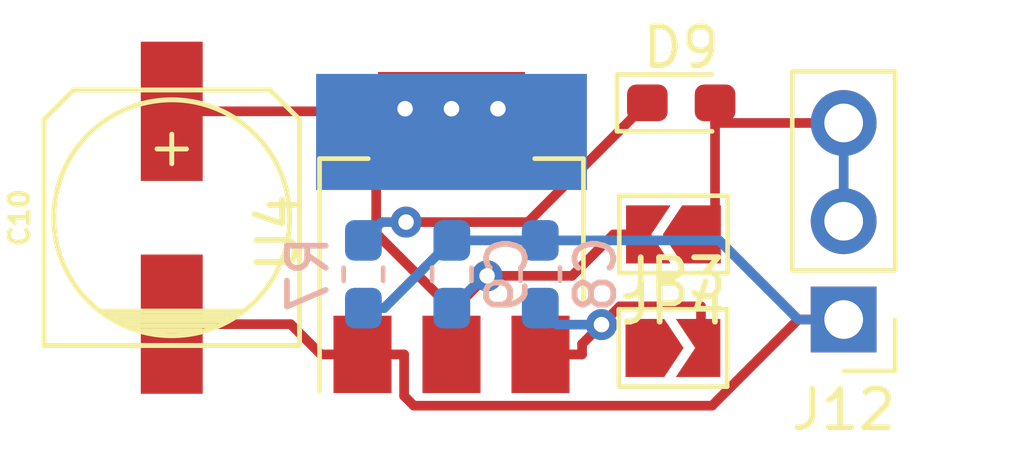
<source format=kicad_pcb>
(kicad_pcb (version 20171130) (host pcbnew 5.1.2-f72e74a~84~ubuntu18.04.1)

  (general
    (thickness 1.6)
    (drawings 0)
    (tracks 53)
    (zones 0)
    (modules 9)
    (nets 6)
  )

  (page A4)
  (layers
    (0 F.Cu signal)
    (31 B.Cu signal)
    (32 B.Adhes user)
    (33 F.Adhes user)
    (34 B.Paste user)
    (35 F.Paste user)
    (36 B.SilkS user)
    (37 F.SilkS user)
    (38 B.Mask user)
    (39 F.Mask user)
    (40 Dwgs.User user)
    (41 Cmts.User user)
    (42 Eco1.User user)
    (43 Eco2.User user)
    (44 Edge.Cuts user)
    (45 Margin user)
    (46 B.CrtYd user)
    (47 F.CrtYd user)
    (48 B.Fab user)
    (49 F.Fab user)
  )

  (setup
    (last_trace_width 0.25)
    (trace_clearance 0.2)
    (zone_clearance 0.508)
    (zone_45_only no)
    (trace_min 0.2)
    (via_size 0.8)
    (via_drill 0.4)
    (via_min_size 0.4)
    (via_min_drill 0.3)
    (uvia_size 0.3)
    (uvia_drill 0.1)
    (uvias_allowed no)
    (uvia_min_size 0.2)
    (uvia_min_drill 0.1)
    (edge_width 0.1)
    (segment_width 0.2)
    (pcb_text_width 0.3)
    (pcb_text_size 1.5 1.5)
    (mod_edge_width 0.15)
    (mod_text_size 1 1)
    (mod_text_width 0.15)
    (pad_size 1.524 1.524)
    (pad_drill 0.762)
    (pad_to_mask_clearance 0)
    (aux_axis_origin 0 0)
    (visible_elements FFFFFF7F)
    (pcbplotparams
      (layerselection 0x010fc_ffffffff)
      (usegerberextensions false)
      (usegerberattributes false)
      (usegerberadvancedattributes false)
      (creategerberjobfile false)
      (excludeedgelayer true)
      (linewidth 0.100000)
      (plotframeref false)
      (viasonmask false)
      (mode 1)
      (useauxorigin false)
      (hpglpennumber 1)
      (hpglpenspeed 20)
      (hpglpendiameter 15.000000)
      (psnegative false)
      (psa4output false)
      (plotreference true)
      (plotvalue true)
      (plotinvisibletext false)
      (padsonsilk false)
      (subtractmaskfromsilk false)
      (outputformat 1)
      (mirror false)
      (drillshape 1)
      (scaleselection 1)
      (outputdirectory ""))
  )

  (net 0 "")
  (net 1 GND)
  (net 2 "Net-(C8-Pad1)")
  (net 3 "Net-(C10-Pad1)")
  (net 4 +3V3)
  (net 5 "Net-(D9-Pad1)")

  (net_class Default "This is the default net class."
    (clearance 0.2)
    (trace_width 0.25)
    (via_dia 0.8)
    (via_drill 0.4)
    (uvia_dia 0.3)
    (uvia_drill 0.1)
    (add_net +3V3)
    (add_net GND)
    (add_net "Net-(C10-Pad1)")
    (add_net "Net-(C8-Pad1)")
    (add_net "Net-(D9-Pad1)")
  )

  (module footprint-lib:AMS1117_SOT-223 (layer F.Cu) (tedit 5CD3D584) (tstamp 5CEE428D)
    (at 42.6 38.8 90)
    (descr "module CMS SOT223 4 pins")
    (tags "CMS SOT")
    (path /5CF53013)
    (attr smd)
    (fp_text reference U4 (at 0 -4.5 90) (layer F.SilkS)
      (effects (font (size 1 1) (thickness 0.15)))
    )
    (fp_text value AMS1117-3.3 (at 0 4.5 90) (layer F.Fab)
      (effects (font (size 1 1) (thickness 0.15)))
    )
    (fp_line (start 1.85 -3.35) (end 1.85 3.35) (layer F.Fab) (width 0.1))
    (fp_line (start -1.85 3.35) (end 1.85 3.35) (layer F.Fab) (width 0.1))
    (fp_line (start -4.1 -3.41) (end 1.91 -3.41) (layer F.SilkS) (width 0.12))
    (fp_line (start -0.85 -3.35) (end 1.85 -3.35) (layer F.Fab) (width 0.1))
    (fp_line (start -1.85 3.41) (end 1.91 3.41) (layer F.SilkS) (width 0.12))
    (fp_line (start -1.85 -2.35) (end -1.85 3.35) (layer F.Fab) (width 0.1))
    (fp_line (start -1.85 -2.35) (end -0.85 -3.35) (layer F.Fab) (width 0.1))
    (fp_line (start -4.4 -3.6) (end -4.4 3.6) (layer F.CrtYd) (width 0.05))
    (fp_line (start -4.4 3.6) (end 4.4 3.6) (layer F.CrtYd) (width 0.05))
    (fp_line (start 4.4 3.6) (end 4.4 -3.6) (layer F.CrtYd) (width 0.05))
    (fp_line (start 4.4 -3.6) (end -4.4 -3.6) (layer F.CrtYd) (width 0.05))
    (fp_line (start 1.91 -3.41) (end 1.91 -2.15) (layer F.SilkS) (width 0.12))
    (fp_line (start 1.91 3.41) (end 1.91 2.15) (layer F.SilkS) (width 0.12))
    (fp_text user %R (at 0 0) (layer F.Fab)
      (effects (font (size 0.8 0.8) (thickness 0.12)))
    )
    (pad 2 thru_hole circle (at 3.2 1.2 90) (size 1 1) (drill 0.4) (layers *.Cu)
      (net 3 "Net-(C10-Pad1)"))
    (pad 2 thru_hole circle (at 3.2 -1.2 90) (size 1 1) (drill 0.4) (layers *.Cu)
      (net 3 "Net-(C10-Pad1)"))
    (pad 4 smd rect (at 2.6 0 90) (size 3 7) (layers B.Cu))
    (pad 2 thru_hole circle (at 3.2 0 90) (size 1 1) (drill 0.4) (layers *.Cu)
      (net 3 "Net-(C10-Pad1)"))
    (pad 1 smd rect (at -3.15 -2.3 90) (size 2 1.5) (layers F.Cu F.Paste F.Mask)
      (net 1 GND))
    (pad 3 smd rect (at -3.15 2.3 90) (size 2 1.5) (layers F.Cu F.Paste F.Mask)
      (net 2 "Net-(C8-Pad1)"))
    (pad 2 smd rect (at -3.15 0 90) (size 2 1.5) (layers F.Cu F.Paste F.Mask)
      (net 3 "Net-(C10-Pad1)"))
    (pad 2 smd rect (at 3.15 0 90) (size 2 3.8) (layers F.Cu F.Paste F.Mask)
      (net 3 "Net-(C10-Pad1)"))
    (model ${KISYS3DMOD}/Package_TO_SOT_SMD.3dshapes/SOT-223.wrl
      (at (xyz 0 0 0))
      (scale (xyz 1 1 1))
      (rotate (xyz 0 0 0))
    )
  )

  (module Resistor_SMD:R_0603_1608Metric_Pad1.05x0.95mm_HandSolder (layer B.Cu) (tedit 5B301BBD) (tstamp 5CEE4277)
    (at 40.3225 39.878 270)
    (descr "Resistor SMD 0603 (1608 Metric), square (rectangular) end terminal, IPC_7351 nominal with elongated pad for handsoldering. (Body size source: http://www.tortai-tech.com/upload/download/2011102023233369053.pdf), generated with kicad-footprint-generator")
    (tags "resistor handsolder")
    (path /5C0C1058)
    (attr smd)
    (fp_text reference R7 (at 0 1.43 90) (layer B.SilkS)
      (effects (font (size 1 1) (thickness 0.15)) (justify mirror))
    )
    (fp_text value R102,0603 (at 0 -1.43 90) (layer B.Fab)
      (effects (font (size 1 1) (thickness 0.15)) (justify mirror))
    )
    (fp_text user %R (at 0 0 90) (layer B.Fab)
      (effects (font (size 0.4 0.4) (thickness 0.06)) (justify mirror))
    )
    (fp_line (start 1.65 -0.73) (end -1.65 -0.73) (layer B.CrtYd) (width 0.05))
    (fp_line (start 1.65 0.73) (end 1.65 -0.73) (layer B.CrtYd) (width 0.05))
    (fp_line (start -1.65 0.73) (end 1.65 0.73) (layer B.CrtYd) (width 0.05))
    (fp_line (start -1.65 -0.73) (end -1.65 0.73) (layer B.CrtYd) (width 0.05))
    (fp_line (start -0.171267 -0.51) (end 0.171267 -0.51) (layer B.SilkS) (width 0.12))
    (fp_line (start -0.171267 0.51) (end 0.171267 0.51) (layer B.SilkS) (width 0.12))
    (fp_line (start 0.8 -0.4) (end -0.8 -0.4) (layer B.Fab) (width 0.1))
    (fp_line (start 0.8 0.4) (end 0.8 -0.4) (layer B.Fab) (width 0.1))
    (fp_line (start -0.8 0.4) (end 0.8 0.4) (layer B.Fab) (width 0.1))
    (fp_line (start -0.8 -0.4) (end -0.8 0.4) (layer B.Fab) (width 0.1))
    (pad 2 smd roundrect (at 0.875 0 270) (size 1.05 0.95) (layers B.Cu B.Paste B.Mask) (roundrect_rratio 0.25)
      (net 1 GND))
    (pad 1 smd roundrect (at -0.875 0 270) (size 1.05 0.95) (layers B.Cu B.Paste B.Mask) (roundrect_rratio 0.25)
      (net 5 "Net-(D9-Pad1)"))
    (model ${KISYS3DMOD}/Resistor_SMD.3dshapes/R_0603_1608Metric.wrl
      (at (xyz 0 0 0))
      (scale (xyz 1 1 1))
      (rotate (xyz 0 0 0))
    )
  )

  (module Jumper:SolderJumper-2_P1.3mm_Open_TrianglePad1.0x1.5mm (layer F.Cu) (tedit 5A64794F) (tstamp 5CEE4266)
    (at 48.3365 38.848 180)
    (descr "SMD Solder Jumper, 1x1.5mm Triangular Pads, 0.3mm gap, open")
    (tags "solder jumper open")
    (path /5CF5302A)
    (attr virtual)
    (fp_text reference JP4 (at 0 -1.8) (layer F.SilkS)
      (effects (font (size 1 1) (thickness 0.15)))
    )
    (fp_text value PWR_OUT (at 0 1.9) (layer F.Fab)
      (effects (font (size 1 1) (thickness 0.15)))
    )
    (fp_line (start 1.65 1.25) (end -1.65 1.25) (layer F.CrtYd) (width 0.05))
    (fp_line (start 1.65 1.25) (end 1.65 -1.25) (layer F.CrtYd) (width 0.05))
    (fp_line (start -1.65 -1.25) (end -1.65 1.25) (layer F.CrtYd) (width 0.05))
    (fp_line (start -1.65 -1.25) (end 1.65 -1.25) (layer F.CrtYd) (width 0.05))
    (fp_line (start -1.4 -1) (end 1.4 -1) (layer F.SilkS) (width 0.12))
    (fp_line (start 1.4 -1) (end 1.4 1) (layer F.SilkS) (width 0.12))
    (fp_line (start 1.4 1) (end -1.4 1) (layer F.SilkS) (width 0.12))
    (fp_line (start -1.4 1) (end -1.4 -1) (layer F.SilkS) (width 0.12))
    (pad 1 smd custom (at -0.725 0 180) (size 0.3 0.3) (layers F.Cu F.Mask)
      (net 4 +3V3) (zone_connect 2)
      (options (clearance outline) (anchor rect))
      (primitives
        (gr_poly (pts
           (xy -0.5 -0.75) (xy 0.5 -0.75) (xy 1 0) (xy 0.5 0.75) (xy -0.5 0.75)
) (width 0))
      ))
    (pad 2 smd custom (at 0.725 0 180) (size 0.3 0.3) (layers F.Cu F.Mask)
      (net 3 "Net-(C10-Pad1)") (zone_connect 2)
      (options (clearance outline) (anchor rect))
      (primitives
        (gr_poly (pts
           (xy -0.65 -0.75) (xy 0.5 -0.75) (xy 0.5 0.75) (xy -0.65 0.75) (xy -0.15 0)
) (width 0))
      ))
  )

  (module Jumper:SolderJumper-2_P1.3mm_Open_TrianglePad1.0x1.5mm (layer F.Cu) (tedit 5A64794F) (tstamp 5CEE4258)
    (at 48.3235 41.783)
    (descr "SMD Solder Jumper, 1x1.5mm Triangular Pads, 0.3mm gap, open")
    (tags "solder jumper open")
    (path /5CF53028)
    (attr virtual)
    (fp_text reference JP3 (at 0 -1.8) (layer F.SilkS)
      (effects (font (size 1 1) (thickness 0.15)))
    )
    (fp_text value PWR_SRC (at 0 1.9) (layer F.Fab)
      (effects (font (size 1 1) (thickness 0.15)))
    )
    (fp_line (start 1.65 1.25) (end -1.65 1.25) (layer F.CrtYd) (width 0.05))
    (fp_line (start 1.65 1.25) (end 1.65 -1.25) (layer F.CrtYd) (width 0.05))
    (fp_line (start -1.65 -1.25) (end -1.65 1.25) (layer F.CrtYd) (width 0.05))
    (fp_line (start -1.65 -1.25) (end 1.65 -1.25) (layer F.CrtYd) (width 0.05))
    (fp_line (start -1.4 -1) (end 1.4 -1) (layer F.SilkS) (width 0.12))
    (fp_line (start 1.4 -1) (end 1.4 1) (layer F.SilkS) (width 0.12))
    (fp_line (start 1.4 1) (end -1.4 1) (layer F.SilkS) (width 0.12))
    (fp_line (start -1.4 1) (end -1.4 -1) (layer F.SilkS) (width 0.12))
    (pad 1 smd custom (at -0.725 0) (size 0.3 0.3) (layers F.Cu F.Mask)
      (zone_connect 2)
      (options (clearance outline) (anchor rect))
      (primitives
        (gr_poly (pts
           (xy -0.5 -0.75) (xy 0.5 -0.75) (xy 1 0) (xy 0.5 0.75) (xy -0.5 0.75)
) (width 0))
      ))
    (pad 2 smd custom (at 0.725 0) (size 0.3 0.3) (layers F.Cu F.Mask)
      (net 2 "Net-(C8-Pad1)") (zone_connect 2)
      (options (clearance outline) (anchor rect))
      (primitives
        (gr_poly (pts
           (xy -0.65 -0.75) (xy 0.5 -0.75) (xy 0.5 0.75) (xy -0.65 0.75) (xy -0.15 0)
) (width 0))
      ))
  )

  (module Connector_PinHeader_2.54mm:PinHeader_1x03_P2.54mm_Vertical (layer F.Cu) (tedit 59FED5CC) (tstamp 5CEE424A)
    (at 52.7365 41.048 180)
    (descr "Through hole straight pin header, 1x03, 2.54mm pitch, single row")
    (tags "Through hole pin header THT 1x03 2.54mm single row")
    (path /5CF5300F)
    (fp_text reference J12 (at 0 -2.33) (layer F.SilkS)
      (effects (font (size 1 1) (thickness 0.15)))
    )
    (fp_text value Conn_01x03 (at 0 7.41) (layer F.Fab)
      (effects (font (size 1 1) (thickness 0.15)))
    )
    (fp_text user %R (at 0 2.54 90) (layer F.Fab)
      (effects (font (size 1 1) (thickness 0.15)))
    )
    (fp_line (start 1.8 -1.8) (end -1.8 -1.8) (layer F.CrtYd) (width 0.05))
    (fp_line (start 1.8 6.85) (end 1.8 -1.8) (layer F.CrtYd) (width 0.05))
    (fp_line (start -1.8 6.85) (end 1.8 6.85) (layer F.CrtYd) (width 0.05))
    (fp_line (start -1.8 -1.8) (end -1.8 6.85) (layer F.CrtYd) (width 0.05))
    (fp_line (start -1.33 -1.33) (end 0 -1.33) (layer F.SilkS) (width 0.12))
    (fp_line (start -1.33 0) (end -1.33 -1.33) (layer F.SilkS) (width 0.12))
    (fp_line (start -1.33 1.27) (end 1.33 1.27) (layer F.SilkS) (width 0.12))
    (fp_line (start 1.33 1.27) (end 1.33 6.41) (layer F.SilkS) (width 0.12))
    (fp_line (start -1.33 1.27) (end -1.33 6.41) (layer F.SilkS) (width 0.12))
    (fp_line (start -1.33 6.41) (end 1.33 6.41) (layer F.SilkS) (width 0.12))
    (fp_line (start -1.27 -0.635) (end -0.635 -1.27) (layer F.Fab) (width 0.1))
    (fp_line (start -1.27 6.35) (end -1.27 -0.635) (layer F.Fab) (width 0.1))
    (fp_line (start 1.27 6.35) (end -1.27 6.35) (layer F.Fab) (width 0.1))
    (fp_line (start 1.27 -1.27) (end 1.27 6.35) (layer F.Fab) (width 0.1))
    (fp_line (start -0.635 -1.27) (end 1.27 -1.27) (layer F.Fab) (width 0.1))
    (pad 3 thru_hole oval (at 0 5.08 180) (size 1.7 1.7) (drill 1) (layers *.Cu *.Mask)
      (net 4 +3V3))
    (pad 2 thru_hole oval (at 0 2.54 180) (size 1.7 1.7) (drill 1) (layers *.Cu *.Mask)
      (net 4 +3V3))
    (pad 1 thru_hole rect (at 0 0 180) (size 1.7 1.7) (drill 1) (layers *.Cu *.Mask)
      (net 1 GND))
    (model ${KISYS3DMOD}/Connector_PinHeader_2.54mm.3dshapes/PinHeader_1x03_P2.54mm_Vertical.wrl
      (at (xyz 0 0 0))
      (scale (xyz 1 1 1))
      (rotate (xyz 0 0 0))
    )
  )

  (module LED_SMD:LED_0603_1608Metric_Pad1.05x0.95mm_HandSolder (layer F.Cu) (tedit 5B4B45C9) (tstamp 5CEE4233)
    (at 48.5365 35.448)
    (descr "LED SMD 0603 (1608 Metric), square (rectangular) end terminal, IPC_7351 nominal, (Body size source: http://www.tortai-tech.com/upload/download/2011102023233369053.pdf), generated with kicad-footprint-generator")
    (tags "LED handsolder")
    (path /5CF53026)
    (attr smd)
    (fp_text reference D9 (at 0 -1.43) (layer F.SilkS)
      (effects (font (size 1 1) (thickness 0.15)))
    )
    (fp_text value LED_GREEN,0603 (at 0 1.43) (layer F.Fab)
      (effects (font (size 1 1) (thickness 0.15)))
    )
    (fp_text user %R (at 0 0) (layer F.Fab)
      (effects (font (size 0.4 0.4) (thickness 0.06)))
    )
    (fp_line (start 1.65 0.73) (end -1.65 0.73) (layer F.CrtYd) (width 0.05))
    (fp_line (start 1.65 -0.73) (end 1.65 0.73) (layer F.CrtYd) (width 0.05))
    (fp_line (start -1.65 -0.73) (end 1.65 -0.73) (layer F.CrtYd) (width 0.05))
    (fp_line (start -1.65 0.73) (end -1.65 -0.73) (layer F.CrtYd) (width 0.05))
    (fp_line (start -1.66 0.735) (end 0.8 0.735) (layer F.SilkS) (width 0.12))
    (fp_line (start -1.66 -0.735) (end -1.66 0.735) (layer F.SilkS) (width 0.12))
    (fp_line (start 0.8 -0.735) (end -1.66 -0.735) (layer F.SilkS) (width 0.12))
    (fp_line (start 0.8 0.4) (end 0.8 -0.4) (layer F.Fab) (width 0.1))
    (fp_line (start -0.8 0.4) (end 0.8 0.4) (layer F.Fab) (width 0.1))
    (fp_line (start -0.8 -0.1) (end -0.8 0.4) (layer F.Fab) (width 0.1))
    (fp_line (start -0.5 -0.4) (end -0.8 -0.1) (layer F.Fab) (width 0.1))
    (fp_line (start 0.8 -0.4) (end -0.5 -0.4) (layer F.Fab) (width 0.1))
    (pad 2 smd roundrect (at 0.875 0) (size 1.05 0.95) (layers F.Cu F.Paste F.Mask) (roundrect_rratio 0.25)
      (net 4 +3V3))
    (pad 1 smd roundrect (at -0.875 0) (size 1.05 0.95) (layers F.Cu F.Paste F.Mask) (roundrect_rratio 0.25)
      (net 5 "Net-(D9-Pad1)"))
    (model ${KISYS3DMOD}/LED_SMD.3dshapes/LED_0603_1608Metric.wrl
      (at (xyz 0 0 0))
      (scale (xyz 1 1 1))
      (rotate (xyz 0 0 0))
    )
  )

  (module w_smd_cap:c_elec_6.3x7.7 (layer F.Cu) (tedit 0) (tstamp 5CEE4220)
    (at 35.3695 38.4175 90)
    (descr "SMT capacitor, aluminium electrolytic, 6.3x7.7")
    (path /5C04F461)
    (fp_text reference C10 (at 0 -3.937 90) (layer F.SilkS)
      (effects (font (size 0.50038 0.50038) (thickness 0.11938)))
    )
    (fp_text value CP47uf,50V (at 0 3.81 90) (layer F.SilkS) hide
      (effects (font (size 0.50038 0.50038) (thickness 0.11938)))
    )
    (fp_line (start 1.778 -0.381) (end 1.778 0.381) (layer F.SilkS) (width 0.127))
    (fp_line (start 2.159 0) (end 1.397 0) (layer F.SilkS) (width 0.127))
    (fp_line (start 2.54 -3.302) (end -3.302 -3.302) (layer F.SilkS) (width 0.127))
    (fp_line (start 3.302 -2.54) (end 2.54 -3.302) (layer F.SilkS) (width 0.127))
    (fp_line (start 3.302 2.54) (end 3.302 -2.54) (layer F.SilkS) (width 0.127))
    (fp_line (start 2.54 3.302) (end 3.302 2.54) (layer F.SilkS) (width 0.127))
    (fp_line (start -3.302 3.302) (end 2.54 3.302) (layer F.SilkS) (width 0.127))
    (fp_line (start -3.302 -3.302) (end -3.302 3.302) (layer F.SilkS) (width 0.127))
    (fp_circle (center 0 0) (end -3.048 0) (layer F.SilkS) (width 0.127))
    (fp_line (start -2.413 -1.778) (end -2.413 1.778) (layer F.SilkS) (width 0.127))
    (fp_line (start -2.54 1.651) (end -2.54 -1.651) (layer F.SilkS) (width 0.127))
    (fp_line (start -2.667 -1.397) (end -2.667 1.397) (layer F.SilkS) (width 0.127))
    (fp_line (start -2.794 1.143) (end -2.794 -1.143) (layer F.SilkS) (width 0.127))
    (fp_line (start -2.921 -0.762) (end -2.921 0.762) (layer F.SilkS) (width 0.127))
    (pad 2 smd rect (at -2.75082 0 90) (size 3.59918 1.6002) (layers F.Cu F.Paste F.Mask)
      (net 1 GND))
    (pad 1 smd rect (at 2.75082 0 90) (size 3.59918 1.6002) (layers F.Cu F.Paste F.Mask)
      (net 3 "Net-(C10-Pad1)"))
    (model ${HOME}/_workspace/kicad/kicad_library/smisioto-footprints/modules/packages3d/walter/smd_cap/c_elec_6_3x7_7.wrl
      (at (xyz 0 0 0))
      (scale (xyz 1 1 1))
      (rotate (xyz 0 0 0))
    )
  )

  (module Capacitor_SMD:C_0603_1608Metric_Pad1.05x0.95mm_HandSolder (layer B.Cu) (tedit 5B301BBE) (tstamp 5CEE420C)
    (at 42.6085 39.878 90)
    (descr "Capacitor SMD 0603 (1608 Metric), square (rectangular) end terminal, IPC_7351 nominal with elongated pad for handsoldering. (Body size source: http://www.tortai-tech.com/upload/download/2011102023233369053.pdf), generated with kicad-footprint-generator")
    (tags "capacitor handsolder")
    (path /5C0D4465)
    (attr smd)
    (fp_text reference C9 (at 0 1.43 90) (layer B.SilkS)
      (effects (font (size 1 1) (thickness 0.15)) (justify mirror))
    )
    (fp_text value C104,0603 (at 0 -1.43 90) (layer B.Fab)
      (effects (font (size 1 1) (thickness 0.15)) (justify mirror))
    )
    (fp_text user %R (at 0 0 90) (layer B.Fab)
      (effects (font (size 0.4 0.4) (thickness 0.06)) (justify mirror))
    )
    (fp_line (start 1.65 -0.73) (end -1.65 -0.73) (layer B.CrtYd) (width 0.05))
    (fp_line (start 1.65 0.73) (end 1.65 -0.73) (layer B.CrtYd) (width 0.05))
    (fp_line (start -1.65 0.73) (end 1.65 0.73) (layer B.CrtYd) (width 0.05))
    (fp_line (start -1.65 -0.73) (end -1.65 0.73) (layer B.CrtYd) (width 0.05))
    (fp_line (start -0.171267 -0.51) (end 0.171267 -0.51) (layer B.SilkS) (width 0.12))
    (fp_line (start -0.171267 0.51) (end 0.171267 0.51) (layer B.SilkS) (width 0.12))
    (fp_line (start 0.8 -0.4) (end -0.8 -0.4) (layer B.Fab) (width 0.1))
    (fp_line (start 0.8 0.4) (end 0.8 -0.4) (layer B.Fab) (width 0.1))
    (fp_line (start -0.8 0.4) (end 0.8 0.4) (layer B.Fab) (width 0.1))
    (fp_line (start -0.8 -0.4) (end -0.8 0.4) (layer B.Fab) (width 0.1))
    (pad 2 smd roundrect (at 0.875 0 90) (size 1.05 0.95) (layers B.Cu B.Paste B.Mask) (roundrect_rratio 0.25)
      (net 1 GND))
    (pad 1 smd roundrect (at -0.875 0 90) (size 1.05 0.95) (layers B.Cu B.Paste B.Mask) (roundrect_rratio 0.25)
      (net 3 "Net-(C10-Pad1)"))
    (model ${KISYS3DMOD}/Capacitor_SMD.3dshapes/C_0603_1608Metric.wrl
      (at (xyz 0 0 0))
      (scale (xyz 1 1 1))
      (rotate (xyz 0 0 0))
    )
  )

  (module Capacitor_SMD:C_0603_1608Metric_Pad1.05x0.95mm_HandSolder (layer B.Cu) (tedit 5B301BBE) (tstamp 5CEE41FB)
    (at 44.8945 39.878 90)
    (descr "Capacitor SMD 0603 (1608 Metric), square (rectangular) end terminal, IPC_7351 nominal with elongated pad for handsoldering. (Body size source: http://www.tortai-tech.com/upload/download/2011102023233369053.pdf), generated with kicad-footprint-generator")
    (tags "capacitor handsolder")
    (path /5CF53015)
    (attr smd)
    (fp_text reference C8 (at 0 1.43 90) (layer B.SilkS)
      (effects (font (size 1 1) (thickness 0.15)) (justify mirror))
    )
    (fp_text value C104,0603 (at 0 -1.43 90) (layer B.Fab)
      (effects (font (size 1 1) (thickness 0.15)) (justify mirror))
    )
    (fp_text user %R (at 0 0 90) (layer B.Fab)
      (effects (font (size 0.4 0.4) (thickness 0.06)) (justify mirror))
    )
    (fp_line (start 1.65 -0.73) (end -1.65 -0.73) (layer B.CrtYd) (width 0.05))
    (fp_line (start 1.65 0.73) (end 1.65 -0.73) (layer B.CrtYd) (width 0.05))
    (fp_line (start -1.65 0.73) (end 1.65 0.73) (layer B.CrtYd) (width 0.05))
    (fp_line (start -1.65 -0.73) (end -1.65 0.73) (layer B.CrtYd) (width 0.05))
    (fp_line (start -0.171267 -0.51) (end 0.171267 -0.51) (layer B.SilkS) (width 0.12))
    (fp_line (start -0.171267 0.51) (end 0.171267 0.51) (layer B.SilkS) (width 0.12))
    (fp_line (start 0.8 -0.4) (end -0.8 -0.4) (layer B.Fab) (width 0.1))
    (fp_line (start 0.8 0.4) (end 0.8 -0.4) (layer B.Fab) (width 0.1))
    (fp_line (start -0.8 0.4) (end 0.8 0.4) (layer B.Fab) (width 0.1))
    (fp_line (start -0.8 -0.4) (end -0.8 0.4) (layer B.Fab) (width 0.1))
    (pad 2 smd roundrect (at 0.875 0 90) (size 1.05 0.95) (layers B.Cu B.Paste B.Mask) (roundrect_rratio 0.25)
      (net 1 GND))
    (pad 1 smd roundrect (at -0.875 0 90) (size 1.05 0.95) (layers B.Cu B.Paste B.Mask) (roundrect_rratio 0.25)
      (net 2 "Net-(C8-Pad1)"))
    (model ${KISYS3DMOD}/Capacitor_SMD.3dshapes/C_0603_1608Metric.wrl
      (at (xyz 0 0 0))
      (scale (xyz 1 1 1))
      (rotate (xyz 0 0 0))
    )
  )

  (segment (start 40.3 41.95) (end 39.2247 41.95) (width 0.25) (layer F.Cu) (net 1))
  (segment (start 35.3695 41.1683) (end 38.443 41.1683) (width 0.25) (layer F.Cu) (net 1))
  (segment (start 38.443 41.1683) (end 39.2247 41.95) (width 0.25) (layer F.Cu) (net 1))
  (segment (start 40.3 41.95) (end 41.3753 41.95) (width 0.25) (layer F.Cu) (net 1))
  (segment (start 52.7365 41.048) (end 51.5612 41.048) (width 0.25) (layer F.Cu) (net 1))
  (segment (start 51.5612 41.048) (end 49.3338 43.2754) (width 0.25) (layer F.Cu) (net 1))
  (segment (start 49.3338 43.2754) (end 41.6254 43.2754) (width 0.25) (layer F.Cu) (net 1))
  (segment (start 41.6254 43.2754) (end 41.3753 43.0253) (width 0.25) (layer F.Cu) (net 1))
  (segment (start 41.3753 43.0253) (end 41.3753 41.95) (width 0.25) (layer F.Cu) (net 1))
  (segment (start 42.6085 39.003) (end 40.8585 40.753) (width 0.25) (layer B.Cu) (net 1))
  (segment (start 40.8585 40.753) (end 40.3225 40.753) (width 0.25) (layer B.Cu) (net 1))
  (segment (start 44.8945 39.003) (end 42.6085 39.003) (width 0.25) (layer B.Cu) (net 1))
  (segment (start 51.5612 41.048) (end 49.5162 39.003) (width 0.25) (layer B.Cu) (net 1))
  (segment (start 49.5162 39.003) (end 44.8945 39.003) (width 0.25) (layer B.Cu) (net 1))
  (segment (start 52.7365 41.048) (end 51.5612 41.048) (width 0.25) (layer B.Cu) (net 1))
  (segment (start 49.0485 40.7077) (end 46.9488 40.7077) (width 0.25) (layer F.Cu) (net 2))
  (segment (start 46.9488 40.7077) (end 46.4764 41.1801) (width 0.25) (layer F.Cu) (net 2))
  (segment (start 45.9753 41.95) (end 45.9753 41.6812) (width 0.25) (layer F.Cu) (net 2))
  (segment (start 45.9753 41.6812) (end 46.4764 41.1801) (width 0.25) (layer F.Cu) (net 2))
  (segment (start 44.8945 40.753) (end 45.3216 41.1801) (width 0.25) (layer B.Cu) (net 2))
  (segment (start 45.3216 41.1801) (end 46.4764 41.1801) (width 0.25) (layer B.Cu) (net 2))
  (segment (start 44.9 41.95) (end 45.9753 41.95) (width 0.25) (layer F.Cu) (net 2))
  (segment (start 49.0485 41.783) (end 49.0485 40.7077) (width 0.25) (layer F.Cu) (net 2))
  (via (at 46.4764 41.1801) (size 0.8) (layers F.Cu B.Cu) (net 2))
  (segment (start 46.7862 38.848) (end 45.715 39.9192) (width 0.25) (layer F.Cu) (net 3))
  (segment (start 45.715 39.9192) (end 43.5196 39.9192) (width 0.25) (layer F.Cu) (net 3))
  (segment (start 43.5196 39.9192) (end 42.8141 40.6247) (width 0.25) (layer F.Cu) (net 3))
  (segment (start 42.8141 40.6247) (end 42.6 40.6247) (width 0.25) (layer F.Cu) (net 3))
  (segment (start 43.5196 39.9192) (end 43.4423 39.9192) (width 0.25) (layer B.Cu) (net 3))
  (segment (start 43.4423 39.9192) (end 42.6085 40.753) (width 0.25) (layer B.Cu) (net 3))
  (segment (start 40.6535 35.6667) (end 41.3333 35.6667) (width 0.25) (layer F.Cu) (net 3))
  (segment (start 41.3333 35.6667) (end 41.4 35.6) (width 0.25) (layer F.Cu) (net 3))
  (segment (start 35.3695 35.6667) (end 40.6535 35.6667) (width 0.25) (layer F.Cu) (net 3))
  (segment (start 40.6535 35.6667) (end 40.6535 38.823) (width 0.25) (layer F.Cu) (net 3))
  (segment (start 40.6535 38.823) (end 42.4552 40.6247) (width 0.25) (layer F.Cu) (net 3))
  (segment (start 42.4552 40.6247) (end 42.6 40.6247) (width 0.25) (layer F.Cu) (net 3))
  (segment (start 42.6 41.95) (end 42.6 40.6247) (width 0.25) (layer F.Cu) (net 3))
  (segment (start 47.6115 38.848) (end 46.7862 38.848) (width 0.25) (layer F.Cu) (net 3))
  (segment (start 42.6 35.6) (end 43.8 35.6) (width 0.25) (layer F.Cu) (net 3))
  (segment (start 41.4 35.6) (end 42.6 35.6) (width 0.25) (layer F.Cu) (net 3))
  (segment (start 42.6 35.65) (end 42.6 35.6) (width 0.25) (layer F.Cu) (net 3))
  (via (at 43.5196 39.9192) (size 0.8) (layers F.Cu B.Cu) (net 3))
  (segment (start 49.4115 35.968) (end 49.4115 38.498) (width 0.25) (layer F.Cu) (net 4))
  (segment (start 49.4115 38.498) (end 49.0615 38.848) (width 0.25) (layer F.Cu) (net 4))
  (segment (start 49.4115 35.448) (end 49.4115 35.968) (width 0.25) (layer F.Cu) (net 4))
  (segment (start 49.4115 35.968) (end 51.5612 35.968) (width 0.25) (layer F.Cu) (net 4))
  (segment (start 52.7365 35.968) (end 51.5612 35.968) (width 0.25) (layer F.Cu) (net 4))
  (segment (start 52.7365 38.508) (end 52.7365 35.968) (width 0.25) (layer B.Cu) (net 4))
  (segment (start 47.6615 35.448) (end 44.5795 38.53) (width 0.25) (layer F.Cu) (net 5))
  (segment (start 44.5795 38.53) (end 41.4259 38.53) (width 0.25) (layer F.Cu) (net 5))
  (segment (start 41.4259 38.53) (end 40.7955 38.53) (width 0.25) (layer B.Cu) (net 5))
  (segment (start 40.7955 38.53) (end 40.3225 39.003) (width 0.25) (layer B.Cu) (net 5))
  (via (at 41.4259 38.53) (size 0.8) (layers F.Cu B.Cu) (net 5))

)

</source>
